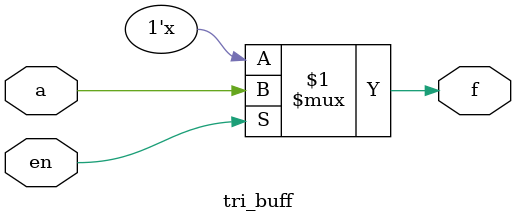
<source format=v>
module mux81(in,sel,out);

    input [7:0] in;     
    input [2:0] sel;    
    output wire out;     
	
    wire [7:0] dec_out; // Outputs of decoder (enable lines for buffers)

    decoder3_8 dec (.d(sel),.y(dec_out));

    tri_buff t0 (.en(dec_out[0]), .a(in[0]), .f(out));
    tri_buff t1 (.en(dec_out[1]), .a(in[1]), .f(out));
    tri_buff t2 (.en(dec_out[2]), .a(in[2]), .f(out));
    tri_buff t3 (.en(dec_out[3]), .a(in[3]), .f(out));
    tri_buff t4 (.en(dec_out[4]), .a(in[4]), .f(out));
    tri_buff t5 (.en(dec_out[5]), .a(in[5]), .f(out));
    tri_buff t6 (.en(dec_out[6]), .a(in[6]), .f(out));
    tri_buff t7 (.en(dec_out[7]), .a(in[7]), .f(out));

endmodule

module tri_buff(en,a,f);
input en,a;
output f;
assign f=en?a:1'bz;
endmodule

</source>
